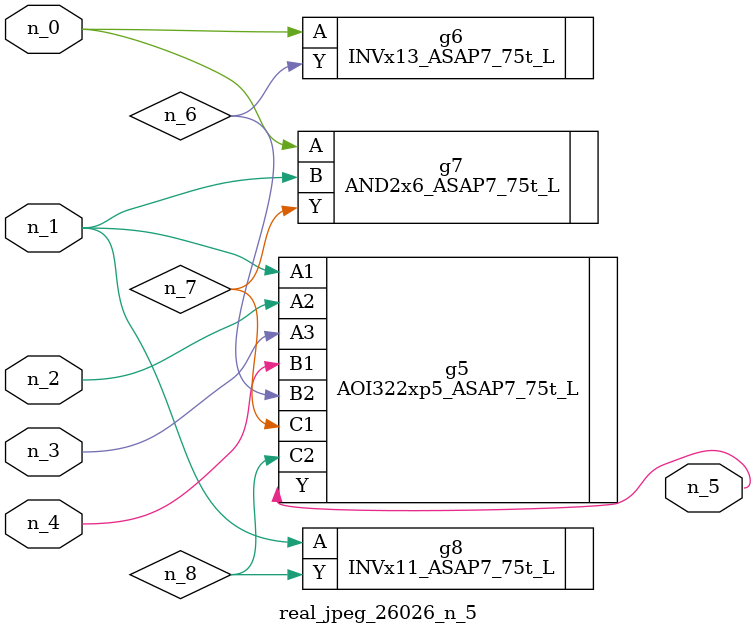
<source format=v>
module real_jpeg_26026_n_5 (n_4, n_0, n_1, n_2, n_3, n_5);

input n_4;
input n_0;
input n_1;
input n_2;
input n_3;

output n_5;

wire n_8;
wire n_6;
wire n_7;

INVx13_ASAP7_75t_L g6 ( 
.A(n_0),
.Y(n_6)
);

AND2x6_ASAP7_75t_L g7 ( 
.A(n_0),
.B(n_1),
.Y(n_7)
);

AOI322xp5_ASAP7_75t_L g5 ( 
.A1(n_1),
.A2(n_2),
.A3(n_3),
.B1(n_4),
.B2(n_6),
.C1(n_7),
.C2(n_8),
.Y(n_5)
);

INVx11_ASAP7_75t_L g8 ( 
.A(n_1),
.Y(n_8)
);


endmodule
</source>
